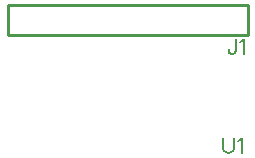
<source format=gbr>
%TF.GenerationSoftware,Novarm,DipTrace,3.3.0.1*%
%TF.CreationDate,2018-11-14T10:23:35-08:00*%
%FSLAX26Y26*%
%MOIN*%
%TF.FileFunction,Legend,Top*%
%TF.Part,Single*%
%ADD10C,0.009843*%
%ADD28C,0.00772*%
G75*
G01*
%LPD*%
X418700Y906200D2*
D10*
X1218700D1*
X418700Y806200D2*
Y906200D1*
Y806200D2*
X1218700D1*
Y906200D1*
X1138385Y461608D2*
D28*
Y425738D1*
X1140762Y418553D1*
X1145570Y413800D1*
X1152755Y411368D1*
X1157509D1*
X1164694Y413800D1*
X1169502Y418553D1*
X1171879Y425738D1*
Y461608D1*
X1187318Y451991D2*
X1192126Y454423D1*
X1199311Y461553D1*
Y411368D1*
X1179449Y791923D2*
Y753677D1*
X1177073Y746492D1*
X1174641Y744115D1*
X1169888Y741683D1*
X1165079D1*
X1160326Y744115D1*
X1157950Y746492D1*
X1155518Y753677D1*
Y758430D1*
X1194889Y782306D2*
X1199697Y784738D1*
X1206882Y791868D1*
Y741683D1*
M02*

</source>
